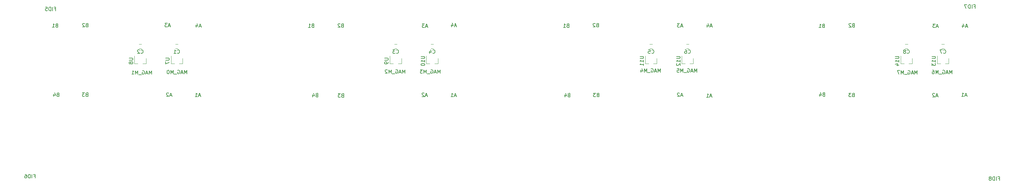
<source format=gbr>
G04 #@! TF.GenerationSoftware,KiCad,Pcbnew,(5.1.2)-2*
G04 #@! TF.CreationDate,2019-11-13T10:18:59+01:00*
G04 #@! TF.ProjectId,StepperClock,53746570-7065-4724-936c-6f636b2e6b69,v1.0*
G04 #@! TF.SameCoordinates,Original*
G04 #@! TF.FileFunction,Legend,Bot*
G04 #@! TF.FilePolarity,Positive*
%FSLAX46Y46*%
G04 Gerber Fmt 4.6, Leading zero omitted, Abs format (unit mm)*
G04 Created by KiCad (PCBNEW (5.1.2)-2) date 2019-11-13 10:18:59*
%MOMM*%
%LPD*%
G04 APERTURE LIST*
%ADD10C,0.200000*%
%ADD11C,0.120000*%
%ADD12C,0.150000*%
G04 APERTURE END LIST*
D10*
X317251276Y-146573120D02*
X317251276Y-145573120D01*
X316917942Y-146287406D01*
X316584609Y-145573120D01*
X316584609Y-146573120D01*
X316156038Y-146287406D02*
X315679847Y-146287406D01*
X316251276Y-146573120D02*
X315917942Y-145573120D01*
X315584609Y-146573120D01*
X314727466Y-145620740D02*
X314822704Y-145573120D01*
X314965561Y-145573120D01*
X315108419Y-145620740D01*
X315203657Y-145715978D01*
X315251276Y-145811216D01*
X315298895Y-146001692D01*
X315298895Y-146144549D01*
X315251276Y-146335025D01*
X315203657Y-146430263D01*
X315108419Y-146525501D01*
X314965561Y-146573120D01*
X314870323Y-146573120D01*
X314727466Y-146525501D01*
X314679847Y-146477882D01*
X314679847Y-146144549D01*
X314870323Y-146144549D01*
X314489371Y-146668359D02*
X313727466Y-146668359D01*
X313489371Y-146573120D02*
X313489371Y-145573120D01*
X313156038Y-146287406D01*
X312822704Y-145573120D01*
X312822704Y-146573120D01*
X311917942Y-145573120D02*
X312108419Y-145573120D01*
X312203657Y-145620740D01*
X312251276Y-145668359D01*
X312346514Y-145811216D01*
X312394133Y-146001692D01*
X312394133Y-146382644D01*
X312346514Y-146477882D01*
X312298895Y-146525501D01*
X312203657Y-146573120D01*
X312013180Y-146573120D01*
X311917942Y-146525501D01*
X311870323Y-146477882D01*
X311822704Y-146382644D01*
X311822704Y-146144549D01*
X311870323Y-146049311D01*
X311917942Y-146001692D01*
X312013180Y-145954073D01*
X312203657Y-145954073D01*
X312298895Y-146001692D01*
X312346514Y-146049311D01*
X312394133Y-146144549D01*
X307726276Y-146648120D02*
X307726276Y-145648120D01*
X307392942Y-146362406D01*
X307059609Y-145648120D01*
X307059609Y-146648120D01*
X306631038Y-146362406D02*
X306154847Y-146362406D01*
X306726276Y-146648120D02*
X306392942Y-145648120D01*
X306059609Y-146648120D01*
X305202466Y-145695740D02*
X305297704Y-145648120D01*
X305440561Y-145648120D01*
X305583419Y-145695740D01*
X305678657Y-145790978D01*
X305726276Y-145886216D01*
X305773895Y-146076692D01*
X305773895Y-146219549D01*
X305726276Y-146410025D01*
X305678657Y-146505263D01*
X305583419Y-146600501D01*
X305440561Y-146648120D01*
X305345323Y-146648120D01*
X305202466Y-146600501D01*
X305154847Y-146552882D01*
X305154847Y-146219549D01*
X305345323Y-146219549D01*
X304964371Y-146743359D02*
X304202466Y-146743359D01*
X303964371Y-146648120D02*
X303964371Y-145648120D01*
X303631038Y-146362406D01*
X303297704Y-145648120D01*
X303297704Y-146648120D01*
X302916752Y-145648120D02*
X302250085Y-145648120D01*
X302678657Y-146648120D01*
X237351276Y-146123120D02*
X237351276Y-145123120D01*
X237017942Y-145837406D01*
X236684609Y-145123120D01*
X236684609Y-146123120D01*
X236256038Y-145837406D02*
X235779847Y-145837406D01*
X236351276Y-146123120D02*
X236017942Y-145123120D01*
X235684609Y-146123120D01*
X234827466Y-145170740D02*
X234922704Y-145123120D01*
X235065561Y-145123120D01*
X235208419Y-145170740D01*
X235303657Y-145265978D01*
X235351276Y-145361216D01*
X235398895Y-145551692D01*
X235398895Y-145694549D01*
X235351276Y-145885025D01*
X235303657Y-145980263D01*
X235208419Y-146075501D01*
X235065561Y-146123120D01*
X234970323Y-146123120D01*
X234827466Y-146075501D01*
X234779847Y-146027882D01*
X234779847Y-145694549D01*
X234970323Y-145694549D01*
X234589371Y-146218359D02*
X233827466Y-146218359D01*
X233589371Y-146123120D02*
X233589371Y-145123120D01*
X233256038Y-145837406D01*
X232922704Y-145123120D01*
X232922704Y-146123120D01*
X232017942Y-145456454D02*
X232017942Y-146123120D01*
X232256038Y-145075501D02*
X232494133Y-145789787D01*
X231875085Y-145789787D01*
X247301276Y-146148120D02*
X247301276Y-145148120D01*
X246967942Y-145862406D01*
X246634609Y-145148120D01*
X246634609Y-146148120D01*
X246206038Y-145862406D02*
X245729847Y-145862406D01*
X246301276Y-146148120D02*
X245967942Y-145148120D01*
X245634609Y-146148120D01*
X244777466Y-145195740D02*
X244872704Y-145148120D01*
X245015561Y-145148120D01*
X245158419Y-145195740D01*
X245253657Y-145290978D01*
X245301276Y-145386216D01*
X245348895Y-145576692D01*
X245348895Y-145719549D01*
X245301276Y-145910025D01*
X245253657Y-146005263D01*
X245158419Y-146100501D01*
X245015561Y-146148120D01*
X244920323Y-146148120D01*
X244777466Y-146100501D01*
X244729847Y-146052882D01*
X244729847Y-145719549D01*
X244920323Y-145719549D01*
X244539371Y-146243359D02*
X243777466Y-146243359D01*
X243539371Y-146148120D02*
X243539371Y-145148120D01*
X243206038Y-145862406D01*
X242872704Y-145148120D01*
X242872704Y-146148120D01*
X241920323Y-145148120D02*
X242396514Y-145148120D01*
X242444133Y-145624311D01*
X242396514Y-145576692D01*
X242301276Y-145529073D01*
X242063180Y-145529073D01*
X241967942Y-145576692D01*
X241920323Y-145624311D01*
X241872704Y-145719549D01*
X241872704Y-145957644D01*
X241920323Y-146052882D01*
X241967942Y-146100501D01*
X242063180Y-146148120D01*
X242301276Y-146148120D01*
X242396514Y-146100501D01*
X242444133Y-146052882D01*
X176951276Y-146423120D02*
X176951276Y-145423120D01*
X176617942Y-146137406D01*
X176284609Y-145423120D01*
X176284609Y-146423120D01*
X175856038Y-146137406D02*
X175379847Y-146137406D01*
X175951276Y-146423120D02*
X175617942Y-145423120D01*
X175284609Y-146423120D01*
X174427466Y-145470740D02*
X174522704Y-145423120D01*
X174665561Y-145423120D01*
X174808419Y-145470740D01*
X174903657Y-145565978D01*
X174951276Y-145661216D01*
X174998895Y-145851692D01*
X174998895Y-145994549D01*
X174951276Y-146185025D01*
X174903657Y-146280263D01*
X174808419Y-146375501D01*
X174665561Y-146423120D01*
X174570323Y-146423120D01*
X174427466Y-146375501D01*
X174379847Y-146327882D01*
X174379847Y-145994549D01*
X174570323Y-145994549D01*
X174189371Y-146518359D02*
X173427466Y-146518359D01*
X173189371Y-146423120D02*
X173189371Y-145423120D01*
X172856038Y-146137406D01*
X172522704Y-145423120D01*
X172522704Y-146423120D01*
X172141752Y-145423120D02*
X171522704Y-145423120D01*
X171856038Y-145804073D01*
X171713180Y-145804073D01*
X171617942Y-145851692D01*
X171570323Y-145899311D01*
X171522704Y-145994549D01*
X171522704Y-146232644D01*
X171570323Y-146327882D01*
X171617942Y-146375501D01*
X171713180Y-146423120D01*
X171998895Y-146423120D01*
X172094133Y-146375501D01*
X172141752Y-146327882D01*
X167326276Y-146423120D02*
X167326276Y-145423120D01*
X166992942Y-146137406D01*
X166659609Y-145423120D01*
X166659609Y-146423120D01*
X166231038Y-146137406D02*
X165754847Y-146137406D01*
X166326276Y-146423120D02*
X165992942Y-145423120D01*
X165659609Y-146423120D01*
X164802466Y-145470740D02*
X164897704Y-145423120D01*
X165040561Y-145423120D01*
X165183419Y-145470740D01*
X165278657Y-145565978D01*
X165326276Y-145661216D01*
X165373895Y-145851692D01*
X165373895Y-145994549D01*
X165326276Y-146185025D01*
X165278657Y-146280263D01*
X165183419Y-146375501D01*
X165040561Y-146423120D01*
X164945323Y-146423120D01*
X164802466Y-146375501D01*
X164754847Y-146327882D01*
X164754847Y-145994549D01*
X164945323Y-145994549D01*
X164564371Y-146518359D02*
X163802466Y-146518359D01*
X163564371Y-146423120D02*
X163564371Y-145423120D01*
X163231038Y-146137406D01*
X162897704Y-145423120D01*
X162897704Y-146423120D01*
X162469133Y-145518359D02*
X162421514Y-145470740D01*
X162326276Y-145423120D01*
X162088180Y-145423120D01*
X161992942Y-145470740D01*
X161945323Y-145518359D01*
X161897704Y-145613597D01*
X161897704Y-145708835D01*
X161945323Y-145851692D01*
X162516752Y-146423120D01*
X161897704Y-146423120D01*
X107551276Y-146548120D02*
X107551276Y-145548120D01*
X107217942Y-146262406D01*
X106884609Y-145548120D01*
X106884609Y-146548120D01*
X106456038Y-146262406D02*
X105979847Y-146262406D01*
X106551276Y-146548120D02*
X106217942Y-145548120D01*
X105884609Y-146548120D01*
X105027466Y-145595740D02*
X105122704Y-145548120D01*
X105265561Y-145548120D01*
X105408419Y-145595740D01*
X105503657Y-145690978D01*
X105551276Y-145786216D01*
X105598895Y-145976692D01*
X105598895Y-146119549D01*
X105551276Y-146310025D01*
X105503657Y-146405263D01*
X105408419Y-146500501D01*
X105265561Y-146548120D01*
X105170323Y-146548120D01*
X105027466Y-146500501D01*
X104979847Y-146452882D01*
X104979847Y-146119549D01*
X105170323Y-146119549D01*
X104789371Y-146643359D02*
X104027466Y-146643359D01*
X103789371Y-146548120D02*
X103789371Y-145548120D01*
X103456038Y-146262406D01*
X103122704Y-145548120D01*
X103122704Y-146548120D01*
X102456038Y-145548120D02*
X102360800Y-145548120D01*
X102265561Y-145595740D01*
X102217942Y-145643359D01*
X102170323Y-145738597D01*
X102122704Y-145929073D01*
X102122704Y-146167168D01*
X102170323Y-146357644D01*
X102217942Y-146452882D01*
X102265561Y-146500501D01*
X102360800Y-146548120D01*
X102456038Y-146548120D01*
X102551276Y-146500501D01*
X102598895Y-146452882D01*
X102646514Y-146357644D01*
X102694133Y-146167168D01*
X102694133Y-145929073D01*
X102646514Y-145738597D01*
X102598895Y-145643359D01*
X102551276Y-145595740D01*
X102456038Y-145548120D01*
X97876276Y-146673120D02*
X97876276Y-145673120D01*
X97542942Y-146387406D01*
X97209609Y-145673120D01*
X97209609Y-146673120D01*
X96781038Y-146387406D02*
X96304847Y-146387406D01*
X96876276Y-146673120D02*
X96542942Y-145673120D01*
X96209609Y-146673120D01*
X95352466Y-145720740D02*
X95447704Y-145673120D01*
X95590561Y-145673120D01*
X95733419Y-145720740D01*
X95828657Y-145815978D01*
X95876276Y-145911216D01*
X95923895Y-146101692D01*
X95923895Y-146244549D01*
X95876276Y-146435025D01*
X95828657Y-146530263D01*
X95733419Y-146625501D01*
X95590561Y-146673120D01*
X95495323Y-146673120D01*
X95352466Y-146625501D01*
X95304847Y-146577882D01*
X95304847Y-146244549D01*
X95495323Y-146244549D01*
X95114371Y-146768359D02*
X94352466Y-146768359D01*
X94114371Y-146673120D02*
X94114371Y-145673120D01*
X93781038Y-146387406D01*
X93447704Y-145673120D01*
X93447704Y-146673120D01*
X92447704Y-146673120D02*
X93019133Y-146673120D01*
X92733419Y-146673120D02*
X92733419Y-145673120D01*
X92828657Y-145815978D01*
X92923895Y-145911216D01*
X93019133Y-145958835D01*
D11*
X306350000Y-143780000D02*
X305420000Y-143780000D01*
X303190000Y-143780000D02*
X304120000Y-143780000D01*
X303190000Y-143780000D02*
X303190000Y-141620000D01*
X306350000Y-143780000D02*
X306350000Y-142320000D01*
X246350000Y-143780000D02*
X245420000Y-143780000D01*
X243190000Y-143780000D02*
X244120000Y-143780000D01*
X243190000Y-143780000D02*
X243190000Y-141620000D01*
X246350000Y-143780000D02*
X246350000Y-142320000D01*
X316350000Y-143780000D02*
X315420000Y-143780000D01*
X313190000Y-143780000D02*
X314120000Y-143780000D01*
X313190000Y-143780000D02*
X313190000Y-141620000D01*
X316350000Y-143780000D02*
X316350000Y-142320000D01*
X176350000Y-143780000D02*
X175420000Y-143780000D01*
X173190000Y-143780000D02*
X174120000Y-143780000D01*
X173190000Y-143780000D02*
X173190000Y-141620000D01*
X176350000Y-143780000D02*
X176350000Y-142320000D01*
X96350000Y-143780000D02*
X95420000Y-143780000D01*
X93190000Y-143780000D02*
X94120000Y-143780000D01*
X93190000Y-143780000D02*
X93190000Y-141620000D01*
X96350000Y-143780000D02*
X96350000Y-142320000D01*
X166350000Y-143780000D02*
X165420000Y-143780000D01*
X163190000Y-143780000D02*
X164120000Y-143780000D01*
X163190000Y-143780000D02*
X163190000Y-141620000D01*
X166350000Y-143780000D02*
X166350000Y-142320000D01*
X106350000Y-143780000D02*
X105420000Y-143780000D01*
X103190000Y-143780000D02*
X104120000Y-143780000D01*
X103190000Y-143780000D02*
X103190000Y-141620000D01*
X106350000Y-143780000D02*
X106350000Y-142320000D01*
X236350000Y-143780000D02*
X235420000Y-143780000D01*
X233190000Y-143780000D02*
X234120000Y-143780000D01*
X233190000Y-143780000D02*
X233190000Y-141620000D01*
X236350000Y-143780000D02*
X236350000Y-142320000D01*
X305120000Y-138420000D02*
X304420000Y-138420000D01*
X304420000Y-139620000D02*
X305120000Y-139620000D01*
X245120000Y-138420000D02*
X244420000Y-138420000D01*
X244420000Y-139620000D02*
X245120000Y-139620000D01*
X315120000Y-138420000D02*
X314420000Y-138420000D01*
X314420000Y-139620000D02*
X315120000Y-139620000D01*
X235120000Y-138420000D02*
X234420000Y-138420000D01*
X234420000Y-139620000D02*
X235120000Y-139620000D01*
X175120000Y-138420000D02*
X174420000Y-138420000D01*
X174420000Y-139620000D02*
X175120000Y-139620000D01*
X95120000Y-138420000D02*
X94420000Y-138420000D01*
X94420000Y-139620000D02*
X95120000Y-139620000D01*
X165120000Y-138420000D02*
X164420000Y-138420000D01*
X164420000Y-139620000D02*
X165120000Y-139620000D01*
X105120000Y-138420000D02*
X104420000Y-138420000D01*
X104420000Y-139620000D02*
X105120000Y-139620000D01*
D12*
X103375085Y-152487406D02*
X102898895Y-152487406D01*
X103470323Y-152773120D02*
X103136990Y-151773120D01*
X102803657Y-152773120D01*
X102517942Y-151868359D02*
X102470323Y-151820740D01*
X102375085Y-151773120D01*
X102136990Y-151773120D01*
X102041752Y-151820740D01*
X101994133Y-151868359D01*
X101946514Y-151963597D01*
X101946514Y-152058835D01*
X101994133Y-152201692D01*
X102565561Y-152773120D01*
X101946514Y-152773120D01*
X111250085Y-152512406D02*
X110773895Y-152512406D01*
X111345323Y-152798120D02*
X111011990Y-151798120D01*
X110678657Y-152798120D01*
X109821514Y-152798120D02*
X110392942Y-152798120D01*
X110107228Y-152798120D02*
X110107228Y-151798120D01*
X110202466Y-151940978D01*
X110297704Y-152036216D01*
X110392942Y-152083835D01*
X111400085Y-133512406D02*
X110923895Y-133512406D01*
X111495323Y-133798120D02*
X111161990Y-132798120D01*
X110828657Y-133798120D01*
X110066752Y-133131454D02*
X110066752Y-133798120D01*
X110304847Y-132750501D02*
X110542942Y-133464787D01*
X109923895Y-133464787D01*
X102994285Y-133426666D02*
X102518095Y-133426666D01*
X103089523Y-133712380D02*
X102756190Y-132712380D01*
X102422857Y-133712380D01*
X102184761Y-132712380D02*
X101565714Y-132712380D01*
X101899047Y-133093333D01*
X101756190Y-133093333D01*
X101660952Y-133140952D01*
X101613333Y-133188571D01*
X101565714Y-133283809D01*
X101565714Y-133521904D01*
X101613333Y-133617142D01*
X101660952Y-133664761D01*
X101756190Y-133712380D01*
X102041904Y-133712380D01*
X102137142Y-133664761D01*
X102184761Y-133617142D01*
X80090561Y-152224311D02*
X79947704Y-152271930D01*
X79900085Y-152319549D01*
X79852466Y-152414787D01*
X79852466Y-152557644D01*
X79900085Y-152652882D01*
X79947704Y-152700501D01*
X80042942Y-152748120D01*
X80423895Y-152748120D01*
X80423895Y-151748120D01*
X80090561Y-151748120D01*
X79995323Y-151795740D01*
X79947704Y-151843359D01*
X79900085Y-151938597D01*
X79900085Y-152033835D01*
X79947704Y-152129073D01*
X79995323Y-152176692D01*
X80090561Y-152224311D01*
X80423895Y-152224311D01*
X79519133Y-151748120D02*
X78900085Y-151748120D01*
X79233419Y-152129073D01*
X79090561Y-152129073D01*
X78995323Y-152176692D01*
X78947704Y-152224311D01*
X78900085Y-152319549D01*
X78900085Y-152557644D01*
X78947704Y-152652882D01*
X78995323Y-152700501D01*
X79090561Y-152748120D01*
X79376276Y-152748120D01*
X79471514Y-152700501D01*
X79519133Y-152652882D01*
X72165561Y-152249311D02*
X72022704Y-152296930D01*
X71975085Y-152344549D01*
X71927466Y-152439787D01*
X71927466Y-152582644D01*
X71975085Y-152677882D01*
X72022704Y-152725501D01*
X72117942Y-152773120D01*
X72498895Y-152773120D01*
X72498895Y-151773120D01*
X72165561Y-151773120D01*
X72070323Y-151820740D01*
X72022704Y-151868359D01*
X71975085Y-151963597D01*
X71975085Y-152058835D01*
X72022704Y-152154073D01*
X72070323Y-152201692D01*
X72165561Y-152249311D01*
X72498895Y-152249311D01*
X71070323Y-152106454D02*
X71070323Y-152773120D01*
X71308419Y-151725501D02*
X71546514Y-152439787D01*
X70927466Y-152439787D01*
X80115561Y-133199311D02*
X79972704Y-133246930D01*
X79925085Y-133294549D01*
X79877466Y-133389787D01*
X79877466Y-133532644D01*
X79925085Y-133627882D01*
X79972704Y-133675501D01*
X80067942Y-133723120D01*
X80448895Y-133723120D01*
X80448895Y-132723120D01*
X80115561Y-132723120D01*
X80020323Y-132770740D01*
X79972704Y-132818359D01*
X79925085Y-132913597D01*
X79925085Y-133008835D01*
X79972704Y-133104073D01*
X80020323Y-133151692D01*
X80115561Y-133199311D01*
X80448895Y-133199311D01*
X79496514Y-132818359D02*
X79448895Y-132770740D01*
X79353657Y-132723120D01*
X79115561Y-132723120D01*
X79020323Y-132770740D01*
X78972704Y-132818359D01*
X78925085Y-132913597D01*
X78925085Y-133008835D01*
X78972704Y-133151692D01*
X79544133Y-133723120D01*
X78925085Y-133723120D01*
X71865561Y-133274311D02*
X71722704Y-133321930D01*
X71675085Y-133369549D01*
X71627466Y-133464787D01*
X71627466Y-133607644D01*
X71675085Y-133702882D01*
X71722704Y-133750501D01*
X71817942Y-133798120D01*
X72198895Y-133798120D01*
X72198895Y-132798120D01*
X71865561Y-132798120D01*
X71770323Y-132845740D01*
X71722704Y-132893359D01*
X71675085Y-132988597D01*
X71675085Y-133083835D01*
X71722704Y-133179073D01*
X71770323Y-133226692D01*
X71865561Y-133274311D01*
X72198895Y-133274311D01*
X70675085Y-133798120D02*
X71246514Y-133798120D01*
X70960800Y-133798120D02*
X70960800Y-132798120D01*
X71056038Y-132940978D01*
X71151276Y-133036216D01*
X71246514Y-133083835D01*
X173425085Y-152512406D02*
X172948895Y-152512406D01*
X173520323Y-152798120D02*
X173186990Y-151798120D01*
X172853657Y-152798120D01*
X172567942Y-151893359D02*
X172520323Y-151845740D01*
X172425085Y-151798120D01*
X172186990Y-151798120D01*
X172091752Y-151845740D01*
X172044133Y-151893359D01*
X171996514Y-151988597D01*
X171996514Y-152083835D01*
X172044133Y-152226692D01*
X172615561Y-152798120D01*
X171996514Y-152798120D01*
X181350085Y-152562406D02*
X180873895Y-152562406D01*
X181445323Y-152848120D02*
X181111990Y-151848120D01*
X180778657Y-152848120D01*
X179921514Y-152848120D02*
X180492942Y-152848120D01*
X180207228Y-152848120D02*
X180207228Y-151848120D01*
X180302466Y-151990978D01*
X180397704Y-152086216D01*
X180492942Y-152133835D01*
X181400085Y-133387406D02*
X180923895Y-133387406D01*
X181495323Y-133673120D02*
X181161990Y-132673120D01*
X180828657Y-133673120D01*
X180066752Y-133006454D02*
X180066752Y-133673120D01*
X180304847Y-132625501D02*
X180542942Y-133339787D01*
X179923895Y-133339787D01*
X173500085Y-133587406D02*
X173023895Y-133587406D01*
X173595323Y-133873120D02*
X173261990Y-132873120D01*
X172928657Y-133873120D01*
X172690561Y-132873120D02*
X172071514Y-132873120D01*
X172404847Y-133254073D01*
X172261990Y-133254073D01*
X172166752Y-133301692D01*
X172119133Y-133349311D01*
X172071514Y-133444549D01*
X172071514Y-133682644D01*
X172119133Y-133777882D01*
X172166752Y-133825501D01*
X172261990Y-133873120D01*
X172547704Y-133873120D01*
X172642942Y-133825501D01*
X172690561Y-133777882D01*
X150190561Y-152449311D02*
X150047704Y-152496930D01*
X150000085Y-152544549D01*
X149952466Y-152639787D01*
X149952466Y-152782644D01*
X150000085Y-152877882D01*
X150047704Y-152925501D01*
X150142942Y-152973120D01*
X150523895Y-152973120D01*
X150523895Y-151973120D01*
X150190561Y-151973120D01*
X150095323Y-152020740D01*
X150047704Y-152068359D01*
X150000085Y-152163597D01*
X150000085Y-152258835D01*
X150047704Y-152354073D01*
X150095323Y-152401692D01*
X150190561Y-152449311D01*
X150523895Y-152449311D01*
X149619133Y-151973120D02*
X149000085Y-151973120D01*
X149333419Y-152354073D01*
X149190561Y-152354073D01*
X149095323Y-152401692D01*
X149047704Y-152449311D01*
X149000085Y-152544549D01*
X149000085Y-152782644D01*
X149047704Y-152877882D01*
X149095323Y-152925501D01*
X149190561Y-152973120D01*
X149476276Y-152973120D01*
X149571514Y-152925501D01*
X149619133Y-152877882D01*
X143140561Y-152374311D02*
X142997704Y-152421930D01*
X142950085Y-152469549D01*
X142902466Y-152564787D01*
X142902466Y-152707644D01*
X142950085Y-152802882D01*
X142997704Y-152850501D01*
X143092942Y-152898120D01*
X143473895Y-152898120D01*
X143473895Y-151898120D01*
X143140561Y-151898120D01*
X143045323Y-151945740D01*
X142997704Y-151993359D01*
X142950085Y-152088597D01*
X142950085Y-152183835D01*
X142997704Y-152279073D01*
X143045323Y-152326692D01*
X143140561Y-152374311D01*
X143473895Y-152374311D01*
X142045323Y-152231454D02*
X142045323Y-152898120D01*
X142283419Y-151850501D02*
X142521514Y-152564787D01*
X141902466Y-152564787D01*
X150140561Y-133274311D02*
X149997704Y-133321930D01*
X149950085Y-133369549D01*
X149902466Y-133464787D01*
X149902466Y-133607644D01*
X149950085Y-133702882D01*
X149997704Y-133750501D01*
X150092942Y-133798120D01*
X150473895Y-133798120D01*
X150473895Y-132798120D01*
X150140561Y-132798120D01*
X150045323Y-132845740D01*
X149997704Y-132893359D01*
X149950085Y-132988597D01*
X149950085Y-133083835D01*
X149997704Y-133179073D01*
X150045323Y-133226692D01*
X150140561Y-133274311D01*
X150473895Y-133274311D01*
X149521514Y-132893359D02*
X149473895Y-132845740D01*
X149378657Y-132798120D01*
X149140561Y-132798120D01*
X149045323Y-132845740D01*
X148997704Y-132893359D01*
X148950085Y-132988597D01*
X148950085Y-133083835D01*
X148997704Y-133226692D01*
X149569133Y-133798120D01*
X148950085Y-133798120D01*
X142040561Y-133299311D02*
X141897704Y-133346930D01*
X141850085Y-133394549D01*
X141802466Y-133489787D01*
X141802466Y-133632644D01*
X141850085Y-133727882D01*
X141897704Y-133775501D01*
X141992942Y-133823120D01*
X142373895Y-133823120D01*
X142373895Y-132823120D01*
X142040561Y-132823120D01*
X141945323Y-132870740D01*
X141897704Y-132918359D01*
X141850085Y-133013597D01*
X141850085Y-133108835D01*
X141897704Y-133204073D01*
X141945323Y-133251692D01*
X142040561Y-133299311D01*
X142373895Y-133299311D01*
X140850085Y-133823120D02*
X141421514Y-133823120D01*
X141135800Y-133823120D02*
X141135800Y-132823120D01*
X141231038Y-132965978D01*
X141326276Y-133061216D01*
X141421514Y-133108835D01*
X243400085Y-152487406D02*
X242923895Y-152487406D01*
X243495323Y-152773120D02*
X243161990Y-151773120D01*
X242828657Y-152773120D01*
X242542942Y-151868359D02*
X242495323Y-151820740D01*
X242400085Y-151773120D01*
X242161990Y-151773120D01*
X242066752Y-151820740D01*
X242019133Y-151868359D01*
X241971514Y-151963597D01*
X241971514Y-152058835D01*
X242019133Y-152201692D01*
X242590561Y-152773120D01*
X241971514Y-152773120D01*
X251400085Y-152687406D02*
X250923895Y-152687406D01*
X251495323Y-152973120D02*
X251161990Y-151973120D01*
X250828657Y-152973120D01*
X249971514Y-152973120D02*
X250542942Y-152973120D01*
X250257228Y-152973120D02*
X250257228Y-151973120D01*
X250352466Y-152115978D01*
X250447704Y-152211216D01*
X250542942Y-152258835D01*
X251500085Y-133487406D02*
X251023895Y-133487406D01*
X251595323Y-133773120D02*
X251261990Y-132773120D01*
X250928657Y-133773120D01*
X250166752Y-133106454D02*
X250166752Y-133773120D01*
X250404847Y-132725501D02*
X250642942Y-133439787D01*
X250023895Y-133439787D01*
X243425085Y-133487406D02*
X242948895Y-133487406D01*
X243520323Y-133773120D02*
X243186990Y-132773120D01*
X242853657Y-133773120D01*
X242615561Y-132773120D02*
X241996514Y-132773120D01*
X242329847Y-133154073D01*
X242186990Y-133154073D01*
X242091752Y-133201692D01*
X242044133Y-133249311D01*
X241996514Y-133344549D01*
X241996514Y-133582644D01*
X242044133Y-133677882D01*
X242091752Y-133725501D01*
X242186990Y-133773120D01*
X242472704Y-133773120D01*
X242567942Y-133725501D01*
X242615561Y-133677882D01*
X220190561Y-152324311D02*
X220047704Y-152371930D01*
X220000085Y-152419549D01*
X219952466Y-152514787D01*
X219952466Y-152657644D01*
X220000085Y-152752882D01*
X220047704Y-152800501D01*
X220142942Y-152848120D01*
X220523895Y-152848120D01*
X220523895Y-151848120D01*
X220190561Y-151848120D01*
X220095323Y-151895740D01*
X220047704Y-151943359D01*
X220000085Y-152038597D01*
X220000085Y-152133835D01*
X220047704Y-152229073D01*
X220095323Y-152276692D01*
X220190561Y-152324311D01*
X220523895Y-152324311D01*
X219619133Y-151848120D02*
X219000085Y-151848120D01*
X219333419Y-152229073D01*
X219190561Y-152229073D01*
X219095323Y-152276692D01*
X219047704Y-152324311D01*
X219000085Y-152419549D01*
X219000085Y-152657644D01*
X219047704Y-152752882D01*
X219095323Y-152800501D01*
X219190561Y-152848120D01*
X219476276Y-152848120D01*
X219571514Y-152800501D01*
X219619133Y-152752882D01*
X212240561Y-152374311D02*
X212097704Y-152421930D01*
X212050085Y-152469549D01*
X212002466Y-152564787D01*
X212002466Y-152707644D01*
X212050085Y-152802882D01*
X212097704Y-152850501D01*
X212192942Y-152898120D01*
X212573895Y-152898120D01*
X212573895Y-151898120D01*
X212240561Y-151898120D01*
X212145323Y-151945740D01*
X212097704Y-151993359D01*
X212050085Y-152088597D01*
X212050085Y-152183835D01*
X212097704Y-152279073D01*
X212145323Y-152326692D01*
X212240561Y-152374311D01*
X212573895Y-152374311D01*
X211145323Y-152231454D02*
X211145323Y-152898120D01*
X211383419Y-151850501D02*
X211621514Y-152564787D01*
X211002466Y-152564787D01*
X220065561Y-133199311D02*
X219922704Y-133246930D01*
X219875085Y-133294549D01*
X219827466Y-133389787D01*
X219827466Y-133532644D01*
X219875085Y-133627882D01*
X219922704Y-133675501D01*
X220017942Y-133723120D01*
X220398895Y-133723120D01*
X220398895Y-132723120D01*
X220065561Y-132723120D01*
X219970323Y-132770740D01*
X219922704Y-132818359D01*
X219875085Y-132913597D01*
X219875085Y-133008835D01*
X219922704Y-133104073D01*
X219970323Y-133151692D01*
X220065561Y-133199311D01*
X220398895Y-133199311D01*
X219446514Y-132818359D02*
X219398895Y-132770740D01*
X219303657Y-132723120D01*
X219065561Y-132723120D01*
X218970323Y-132770740D01*
X218922704Y-132818359D01*
X218875085Y-132913597D01*
X218875085Y-133008835D01*
X218922704Y-133151692D01*
X219494133Y-133723120D01*
X218875085Y-133723120D01*
X211940561Y-133299311D02*
X211797704Y-133346930D01*
X211750085Y-133394549D01*
X211702466Y-133489787D01*
X211702466Y-133632644D01*
X211750085Y-133727882D01*
X211797704Y-133775501D01*
X211892942Y-133823120D01*
X212273895Y-133823120D01*
X212273895Y-132823120D01*
X211940561Y-132823120D01*
X211845323Y-132870740D01*
X211797704Y-132918359D01*
X211750085Y-133013597D01*
X211750085Y-133108835D01*
X211797704Y-133204073D01*
X211845323Y-133251692D01*
X211940561Y-133299311D01*
X212273895Y-133299311D01*
X210750085Y-133823120D02*
X211321514Y-133823120D01*
X211035800Y-133823120D02*
X211035800Y-132823120D01*
X211131038Y-132965978D01*
X211226276Y-133061216D01*
X211321514Y-133108835D01*
X313350085Y-152612406D02*
X312873895Y-152612406D01*
X313445323Y-152898120D02*
X313111990Y-151898120D01*
X312778657Y-152898120D01*
X312492942Y-151993359D02*
X312445323Y-151945740D01*
X312350085Y-151898120D01*
X312111990Y-151898120D01*
X312016752Y-151945740D01*
X311969133Y-151993359D01*
X311921514Y-152088597D01*
X311921514Y-152183835D01*
X311969133Y-152326692D01*
X312540561Y-152898120D01*
X311921514Y-152898120D01*
X321325085Y-152487406D02*
X320848895Y-152487406D01*
X321420323Y-152773120D02*
X321086990Y-151773120D01*
X320753657Y-152773120D01*
X319896514Y-152773120D02*
X320467942Y-152773120D01*
X320182228Y-152773120D02*
X320182228Y-151773120D01*
X320277466Y-151915978D01*
X320372704Y-152011216D01*
X320467942Y-152058835D01*
X321450085Y-133587406D02*
X320973895Y-133587406D01*
X321545323Y-133873120D02*
X321211990Y-132873120D01*
X320878657Y-133873120D01*
X320116752Y-133206454D02*
X320116752Y-133873120D01*
X320354847Y-132825501D02*
X320592942Y-133539787D01*
X319973895Y-133539787D01*
X313475085Y-133612406D02*
X312998895Y-133612406D01*
X313570323Y-133898120D02*
X313236990Y-132898120D01*
X312903657Y-133898120D01*
X312665561Y-132898120D02*
X312046514Y-132898120D01*
X312379847Y-133279073D01*
X312236990Y-133279073D01*
X312141752Y-133326692D01*
X312094133Y-133374311D01*
X312046514Y-133469549D01*
X312046514Y-133707644D01*
X312094133Y-133802882D01*
X312141752Y-133850501D01*
X312236990Y-133898120D01*
X312522704Y-133898120D01*
X312617942Y-133850501D01*
X312665561Y-133802882D01*
X290174761Y-152324311D02*
X290031904Y-152371930D01*
X289984285Y-152419549D01*
X289936666Y-152514787D01*
X289936666Y-152657644D01*
X289984285Y-152752882D01*
X290031904Y-152800501D01*
X290127142Y-152848120D01*
X290508095Y-152848120D01*
X290508095Y-151848120D01*
X290174761Y-151848120D01*
X290079523Y-151895740D01*
X290031904Y-151943359D01*
X289984285Y-152038597D01*
X289984285Y-152133835D01*
X290031904Y-152229073D01*
X290079523Y-152276692D01*
X290174761Y-152324311D01*
X290508095Y-152324311D01*
X289603333Y-151848120D02*
X288984285Y-151848120D01*
X289317619Y-152229073D01*
X289174761Y-152229073D01*
X289079523Y-152276692D01*
X289031904Y-152324311D01*
X288984285Y-152419549D01*
X288984285Y-152657644D01*
X289031904Y-152752882D01*
X289079523Y-152800501D01*
X289174761Y-152848120D01*
X289460476Y-152848120D01*
X289555714Y-152800501D01*
X289603333Y-152752882D01*
X282090561Y-152174311D02*
X281947704Y-152221930D01*
X281900085Y-152269549D01*
X281852466Y-152364787D01*
X281852466Y-152507644D01*
X281900085Y-152602882D01*
X281947704Y-152650501D01*
X282042942Y-152698120D01*
X282423895Y-152698120D01*
X282423895Y-151698120D01*
X282090561Y-151698120D01*
X281995323Y-151745740D01*
X281947704Y-151793359D01*
X281900085Y-151888597D01*
X281900085Y-151983835D01*
X281947704Y-152079073D01*
X281995323Y-152126692D01*
X282090561Y-152174311D01*
X282423895Y-152174311D01*
X280995323Y-152031454D02*
X280995323Y-152698120D01*
X281233419Y-151650501D02*
X281471514Y-152364787D01*
X280852466Y-152364787D01*
X290215561Y-133224311D02*
X290072704Y-133271930D01*
X290025085Y-133319549D01*
X289977466Y-133414787D01*
X289977466Y-133557644D01*
X290025085Y-133652882D01*
X290072704Y-133700501D01*
X290167942Y-133748120D01*
X290548895Y-133748120D01*
X290548895Y-132748120D01*
X290215561Y-132748120D01*
X290120323Y-132795740D01*
X290072704Y-132843359D01*
X290025085Y-132938597D01*
X290025085Y-133033835D01*
X290072704Y-133129073D01*
X290120323Y-133176692D01*
X290215561Y-133224311D01*
X290548895Y-133224311D01*
X289596514Y-132843359D02*
X289548895Y-132795740D01*
X289453657Y-132748120D01*
X289215561Y-132748120D01*
X289120323Y-132795740D01*
X289072704Y-132843359D01*
X289025085Y-132938597D01*
X289025085Y-133033835D01*
X289072704Y-133176692D01*
X289644133Y-133748120D01*
X289025085Y-133748120D01*
X281990561Y-133374311D02*
X281847704Y-133421930D01*
X281800085Y-133469549D01*
X281752466Y-133564787D01*
X281752466Y-133707644D01*
X281800085Y-133802882D01*
X281847704Y-133850501D01*
X281942942Y-133898120D01*
X282323895Y-133898120D01*
X282323895Y-132898120D01*
X281990561Y-132898120D01*
X281895323Y-132945740D01*
X281847704Y-132993359D01*
X281800085Y-133088597D01*
X281800085Y-133183835D01*
X281847704Y-133279073D01*
X281895323Y-133326692D01*
X281990561Y-133374311D01*
X282323895Y-133374311D01*
X280800085Y-133898120D02*
X281371514Y-133898120D01*
X281085800Y-133898120D02*
X281085800Y-132898120D01*
X281181038Y-133040978D01*
X281276276Y-133136216D01*
X281371514Y-133183835D01*
X301722380Y-141781904D02*
X302531904Y-141781904D01*
X302627142Y-141829523D01*
X302674761Y-141877142D01*
X302722380Y-141972380D01*
X302722380Y-142162857D01*
X302674761Y-142258095D01*
X302627142Y-142305714D01*
X302531904Y-142353333D01*
X301722380Y-142353333D01*
X302722380Y-143353333D02*
X302722380Y-142781904D01*
X302722380Y-143067619D02*
X301722380Y-143067619D01*
X301865238Y-142972380D01*
X301960476Y-142877142D01*
X302008095Y-142781904D01*
X302055714Y-144210476D02*
X302722380Y-144210476D01*
X301674761Y-143972380D02*
X302389047Y-143734285D01*
X302389047Y-144353333D01*
X241722380Y-141781904D02*
X242531904Y-141781904D01*
X242627142Y-141829523D01*
X242674761Y-141877142D01*
X242722380Y-141972380D01*
X242722380Y-142162857D01*
X242674761Y-142258095D01*
X242627142Y-142305714D01*
X242531904Y-142353333D01*
X241722380Y-142353333D01*
X242722380Y-143353333D02*
X242722380Y-142781904D01*
X242722380Y-143067619D02*
X241722380Y-143067619D01*
X241865238Y-142972380D01*
X241960476Y-142877142D01*
X242008095Y-142781904D01*
X241817619Y-143734285D02*
X241770000Y-143781904D01*
X241722380Y-143877142D01*
X241722380Y-144115238D01*
X241770000Y-144210476D01*
X241817619Y-144258095D01*
X241912857Y-144305714D01*
X242008095Y-144305714D01*
X242150952Y-144258095D01*
X242722380Y-143686666D01*
X242722380Y-144305714D01*
X311722380Y-141781904D02*
X312531904Y-141781904D01*
X312627142Y-141829523D01*
X312674761Y-141877142D01*
X312722380Y-141972380D01*
X312722380Y-142162857D01*
X312674761Y-142258095D01*
X312627142Y-142305714D01*
X312531904Y-142353333D01*
X311722380Y-142353333D01*
X312722380Y-143353333D02*
X312722380Y-142781904D01*
X312722380Y-143067619D02*
X311722380Y-143067619D01*
X311865238Y-142972380D01*
X311960476Y-142877142D01*
X312008095Y-142781904D01*
X311722380Y-143686666D02*
X311722380Y-144305714D01*
X312103333Y-143972380D01*
X312103333Y-144115238D01*
X312150952Y-144210476D01*
X312198571Y-144258095D01*
X312293809Y-144305714D01*
X312531904Y-144305714D01*
X312627142Y-144258095D01*
X312674761Y-144210476D01*
X312722380Y-144115238D01*
X312722380Y-143829523D01*
X312674761Y-143734285D01*
X312627142Y-143686666D01*
X171722380Y-141781904D02*
X172531904Y-141781904D01*
X172627142Y-141829523D01*
X172674761Y-141877142D01*
X172722380Y-141972380D01*
X172722380Y-142162857D01*
X172674761Y-142258095D01*
X172627142Y-142305714D01*
X172531904Y-142353333D01*
X171722380Y-142353333D01*
X172722380Y-143353333D02*
X172722380Y-142781904D01*
X172722380Y-143067619D02*
X171722380Y-143067619D01*
X171865238Y-142972380D01*
X171960476Y-142877142D01*
X172008095Y-142781904D01*
X171722380Y-143972380D02*
X171722380Y-144067619D01*
X171770000Y-144162857D01*
X171817619Y-144210476D01*
X171912857Y-144258095D01*
X172103333Y-144305714D01*
X172341428Y-144305714D01*
X172531904Y-144258095D01*
X172627142Y-144210476D01*
X172674761Y-144162857D01*
X172722380Y-144067619D01*
X172722380Y-143972380D01*
X172674761Y-143877142D01*
X172627142Y-143829523D01*
X172531904Y-143781904D01*
X172341428Y-143734285D01*
X172103333Y-143734285D01*
X171912857Y-143781904D01*
X171817619Y-143829523D01*
X171770000Y-143877142D01*
X171722380Y-143972380D01*
X91722380Y-142258095D02*
X92531904Y-142258095D01*
X92627142Y-142305714D01*
X92674761Y-142353333D01*
X92722380Y-142448571D01*
X92722380Y-142639047D01*
X92674761Y-142734285D01*
X92627142Y-142781904D01*
X92531904Y-142829523D01*
X91722380Y-142829523D01*
X92150952Y-143448571D02*
X92103333Y-143353333D01*
X92055714Y-143305714D01*
X91960476Y-143258095D01*
X91912857Y-143258095D01*
X91817619Y-143305714D01*
X91770000Y-143353333D01*
X91722380Y-143448571D01*
X91722380Y-143639047D01*
X91770000Y-143734285D01*
X91817619Y-143781904D01*
X91912857Y-143829523D01*
X91960476Y-143829523D01*
X92055714Y-143781904D01*
X92103333Y-143734285D01*
X92150952Y-143639047D01*
X92150952Y-143448571D01*
X92198571Y-143353333D01*
X92246190Y-143305714D01*
X92341428Y-143258095D01*
X92531904Y-143258095D01*
X92627142Y-143305714D01*
X92674761Y-143353333D01*
X92722380Y-143448571D01*
X92722380Y-143639047D01*
X92674761Y-143734285D01*
X92627142Y-143781904D01*
X92531904Y-143829523D01*
X92341428Y-143829523D01*
X92246190Y-143781904D01*
X92198571Y-143734285D01*
X92150952Y-143639047D01*
X161722380Y-142258095D02*
X162531904Y-142258095D01*
X162627142Y-142305714D01*
X162674761Y-142353333D01*
X162722380Y-142448571D01*
X162722380Y-142639047D01*
X162674761Y-142734285D01*
X162627142Y-142781904D01*
X162531904Y-142829523D01*
X161722380Y-142829523D01*
X162722380Y-143353333D02*
X162722380Y-143543809D01*
X162674761Y-143639047D01*
X162627142Y-143686666D01*
X162484285Y-143781904D01*
X162293809Y-143829523D01*
X161912857Y-143829523D01*
X161817619Y-143781904D01*
X161770000Y-143734285D01*
X161722380Y-143639047D01*
X161722380Y-143448571D01*
X161770000Y-143353333D01*
X161817619Y-143305714D01*
X161912857Y-143258095D01*
X162150952Y-143258095D01*
X162246190Y-143305714D01*
X162293809Y-143353333D01*
X162341428Y-143448571D01*
X162341428Y-143639047D01*
X162293809Y-143734285D01*
X162246190Y-143781904D01*
X162150952Y-143829523D01*
X101722380Y-142258095D02*
X102531904Y-142258095D01*
X102627142Y-142305714D01*
X102674761Y-142353333D01*
X102722380Y-142448571D01*
X102722380Y-142639047D01*
X102674761Y-142734285D01*
X102627142Y-142781904D01*
X102531904Y-142829523D01*
X101722380Y-142829523D01*
X101722380Y-143210476D02*
X101722380Y-143877142D01*
X102722380Y-143448571D01*
X231722380Y-141781904D02*
X232531904Y-141781904D01*
X232627142Y-141829523D01*
X232674761Y-141877142D01*
X232722380Y-141972380D01*
X232722380Y-142162857D01*
X232674761Y-142258095D01*
X232627142Y-142305714D01*
X232531904Y-142353333D01*
X231722380Y-142353333D01*
X232722380Y-143353333D02*
X232722380Y-142781904D01*
X232722380Y-143067619D02*
X231722380Y-143067619D01*
X231865238Y-142972380D01*
X231960476Y-142877142D01*
X232008095Y-142781904D01*
X232722380Y-144305714D02*
X232722380Y-143734285D01*
X232722380Y-144020000D02*
X231722380Y-144020000D01*
X231865238Y-143924761D01*
X231960476Y-143829523D01*
X232008095Y-143734285D01*
X329947228Y-175229311D02*
X330280561Y-175229311D01*
X330280561Y-175753120D02*
X330280561Y-174753120D01*
X329804371Y-174753120D01*
X329423419Y-175753120D02*
X329423419Y-174753120D01*
X328947228Y-175753120D02*
X328947228Y-174753120D01*
X328709133Y-174753120D01*
X328566276Y-174800740D01*
X328471038Y-174895978D01*
X328423419Y-174991216D01*
X328375800Y-175181692D01*
X328375800Y-175324549D01*
X328423419Y-175515025D01*
X328471038Y-175610263D01*
X328566276Y-175705501D01*
X328709133Y-175753120D01*
X328947228Y-175753120D01*
X327804371Y-175181692D02*
X327899609Y-175134073D01*
X327947228Y-175086454D01*
X327994847Y-174991216D01*
X327994847Y-174943597D01*
X327947228Y-174848359D01*
X327899609Y-174800740D01*
X327804371Y-174753120D01*
X327613895Y-174753120D01*
X327518657Y-174800740D01*
X327471038Y-174848359D01*
X327423419Y-174943597D01*
X327423419Y-174991216D01*
X327471038Y-175086454D01*
X327518657Y-175134073D01*
X327613895Y-175181692D01*
X327804371Y-175181692D01*
X327899609Y-175229311D01*
X327947228Y-175276930D01*
X327994847Y-175372168D01*
X327994847Y-175562644D01*
X327947228Y-175657882D01*
X327899609Y-175705501D01*
X327804371Y-175753120D01*
X327613895Y-175753120D01*
X327518657Y-175705501D01*
X327471038Y-175657882D01*
X327423419Y-175562644D01*
X327423419Y-175372168D01*
X327471038Y-175276930D01*
X327518657Y-175229311D01*
X327613895Y-175181692D01*
X323257228Y-128074311D02*
X323590561Y-128074311D01*
X323590561Y-128598120D02*
X323590561Y-127598120D01*
X323114371Y-127598120D01*
X322733419Y-128598120D02*
X322733419Y-127598120D01*
X322257228Y-128598120D02*
X322257228Y-127598120D01*
X322019133Y-127598120D01*
X321876276Y-127645740D01*
X321781038Y-127740978D01*
X321733419Y-127836216D01*
X321685800Y-128026692D01*
X321685800Y-128169549D01*
X321733419Y-128360025D01*
X321781038Y-128455263D01*
X321876276Y-128550501D01*
X322019133Y-128598120D01*
X322257228Y-128598120D01*
X321352466Y-127598120D02*
X320685800Y-127598120D01*
X321114371Y-128598120D01*
X65607228Y-174599311D02*
X65940561Y-174599311D01*
X65940561Y-175123120D02*
X65940561Y-174123120D01*
X65464371Y-174123120D01*
X65083419Y-175123120D02*
X65083419Y-174123120D01*
X64607228Y-175123120D02*
X64607228Y-174123120D01*
X64369133Y-174123120D01*
X64226276Y-174170740D01*
X64131038Y-174265978D01*
X64083419Y-174361216D01*
X64035800Y-174551692D01*
X64035800Y-174694549D01*
X64083419Y-174885025D01*
X64131038Y-174980263D01*
X64226276Y-175075501D01*
X64369133Y-175123120D01*
X64607228Y-175123120D01*
X63178657Y-174123120D02*
X63369133Y-174123120D01*
X63464371Y-174170740D01*
X63511990Y-174218359D01*
X63607228Y-174361216D01*
X63654847Y-174551692D01*
X63654847Y-174932644D01*
X63607228Y-175027882D01*
X63559609Y-175075501D01*
X63464371Y-175123120D01*
X63273895Y-175123120D01*
X63178657Y-175075501D01*
X63131038Y-175027882D01*
X63083419Y-174932644D01*
X63083419Y-174694549D01*
X63131038Y-174599311D01*
X63178657Y-174551692D01*
X63273895Y-174504073D01*
X63464371Y-174504073D01*
X63559609Y-174551692D01*
X63607228Y-174599311D01*
X63654847Y-174694549D01*
X71257228Y-128724311D02*
X71590561Y-128724311D01*
X71590561Y-129248120D02*
X71590561Y-128248120D01*
X71114371Y-128248120D01*
X70733419Y-129248120D02*
X70733419Y-128248120D01*
X70257228Y-129248120D02*
X70257228Y-128248120D01*
X70019133Y-128248120D01*
X69876276Y-128295740D01*
X69781038Y-128390978D01*
X69733419Y-128486216D01*
X69685800Y-128676692D01*
X69685800Y-128819549D01*
X69733419Y-129010025D01*
X69781038Y-129105263D01*
X69876276Y-129200501D01*
X70019133Y-129248120D01*
X70257228Y-129248120D01*
X68781038Y-128248120D02*
X69257228Y-128248120D01*
X69304847Y-128724311D01*
X69257228Y-128676692D01*
X69161990Y-128629073D01*
X68923895Y-128629073D01*
X68828657Y-128676692D01*
X68781038Y-128724311D01*
X68733419Y-128819549D01*
X68733419Y-129057644D01*
X68781038Y-129152882D01*
X68828657Y-129200501D01*
X68923895Y-129248120D01*
X69161990Y-129248120D01*
X69257228Y-129200501D01*
X69304847Y-129152882D01*
X304936666Y-140877142D02*
X304984285Y-140924761D01*
X305127142Y-140972380D01*
X305222380Y-140972380D01*
X305365238Y-140924761D01*
X305460476Y-140829523D01*
X305508095Y-140734285D01*
X305555714Y-140543809D01*
X305555714Y-140400952D01*
X305508095Y-140210476D01*
X305460476Y-140115238D01*
X305365238Y-140020000D01*
X305222380Y-139972380D01*
X305127142Y-139972380D01*
X304984285Y-140020000D01*
X304936666Y-140067619D01*
X304365238Y-140400952D02*
X304460476Y-140353333D01*
X304508095Y-140305714D01*
X304555714Y-140210476D01*
X304555714Y-140162857D01*
X304508095Y-140067619D01*
X304460476Y-140020000D01*
X304365238Y-139972380D01*
X304174761Y-139972380D01*
X304079523Y-140020000D01*
X304031904Y-140067619D01*
X303984285Y-140162857D01*
X303984285Y-140210476D01*
X304031904Y-140305714D01*
X304079523Y-140353333D01*
X304174761Y-140400952D01*
X304365238Y-140400952D01*
X304460476Y-140448571D01*
X304508095Y-140496190D01*
X304555714Y-140591428D01*
X304555714Y-140781904D01*
X304508095Y-140877142D01*
X304460476Y-140924761D01*
X304365238Y-140972380D01*
X304174761Y-140972380D01*
X304079523Y-140924761D01*
X304031904Y-140877142D01*
X303984285Y-140781904D01*
X303984285Y-140591428D01*
X304031904Y-140496190D01*
X304079523Y-140448571D01*
X304174761Y-140400952D01*
X244936666Y-140877142D02*
X244984285Y-140924761D01*
X245127142Y-140972380D01*
X245222380Y-140972380D01*
X245365238Y-140924761D01*
X245460476Y-140829523D01*
X245508095Y-140734285D01*
X245555714Y-140543809D01*
X245555714Y-140400952D01*
X245508095Y-140210476D01*
X245460476Y-140115238D01*
X245365238Y-140020000D01*
X245222380Y-139972380D01*
X245127142Y-139972380D01*
X244984285Y-140020000D01*
X244936666Y-140067619D01*
X244079523Y-139972380D02*
X244270000Y-139972380D01*
X244365238Y-140020000D01*
X244412857Y-140067619D01*
X244508095Y-140210476D01*
X244555714Y-140400952D01*
X244555714Y-140781904D01*
X244508095Y-140877142D01*
X244460476Y-140924761D01*
X244365238Y-140972380D01*
X244174761Y-140972380D01*
X244079523Y-140924761D01*
X244031904Y-140877142D01*
X243984285Y-140781904D01*
X243984285Y-140543809D01*
X244031904Y-140448571D01*
X244079523Y-140400952D01*
X244174761Y-140353333D01*
X244365238Y-140353333D01*
X244460476Y-140400952D01*
X244508095Y-140448571D01*
X244555714Y-140543809D01*
X314936666Y-140877142D02*
X314984285Y-140924761D01*
X315127142Y-140972380D01*
X315222380Y-140972380D01*
X315365238Y-140924761D01*
X315460476Y-140829523D01*
X315508095Y-140734285D01*
X315555714Y-140543809D01*
X315555714Y-140400952D01*
X315508095Y-140210476D01*
X315460476Y-140115238D01*
X315365238Y-140020000D01*
X315222380Y-139972380D01*
X315127142Y-139972380D01*
X314984285Y-140020000D01*
X314936666Y-140067619D01*
X314603333Y-139972380D02*
X313936666Y-139972380D01*
X314365238Y-140972380D01*
X234936666Y-140877142D02*
X234984285Y-140924761D01*
X235127142Y-140972380D01*
X235222380Y-140972380D01*
X235365238Y-140924761D01*
X235460476Y-140829523D01*
X235508095Y-140734285D01*
X235555714Y-140543809D01*
X235555714Y-140400952D01*
X235508095Y-140210476D01*
X235460476Y-140115238D01*
X235365238Y-140020000D01*
X235222380Y-139972380D01*
X235127142Y-139972380D01*
X234984285Y-140020000D01*
X234936666Y-140067619D01*
X234031904Y-139972380D02*
X234508095Y-139972380D01*
X234555714Y-140448571D01*
X234508095Y-140400952D01*
X234412857Y-140353333D01*
X234174761Y-140353333D01*
X234079523Y-140400952D01*
X234031904Y-140448571D01*
X233984285Y-140543809D01*
X233984285Y-140781904D01*
X234031904Y-140877142D01*
X234079523Y-140924761D01*
X234174761Y-140972380D01*
X234412857Y-140972380D01*
X234508095Y-140924761D01*
X234555714Y-140877142D01*
X174936666Y-140877142D02*
X174984285Y-140924761D01*
X175127142Y-140972380D01*
X175222380Y-140972380D01*
X175365238Y-140924761D01*
X175460476Y-140829523D01*
X175508095Y-140734285D01*
X175555714Y-140543809D01*
X175555714Y-140400952D01*
X175508095Y-140210476D01*
X175460476Y-140115238D01*
X175365238Y-140020000D01*
X175222380Y-139972380D01*
X175127142Y-139972380D01*
X174984285Y-140020000D01*
X174936666Y-140067619D01*
X174079523Y-140305714D02*
X174079523Y-140972380D01*
X174317619Y-139924761D02*
X174555714Y-140639047D01*
X173936666Y-140639047D01*
X94936666Y-140877142D02*
X94984285Y-140924761D01*
X95127142Y-140972380D01*
X95222380Y-140972380D01*
X95365238Y-140924761D01*
X95460476Y-140829523D01*
X95508095Y-140734285D01*
X95555714Y-140543809D01*
X95555714Y-140400952D01*
X95508095Y-140210476D01*
X95460476Y-140115238D01*
X95365238Y-140020000D01*
X95222380Y-139972380D01*
X95127142Y-139972380D01*
X94984285Y-140020000D01*
X94936666Y-140067619D01*
X94555714Y-140067619D02*
X94508095Y-140020000D01*
X94412857Y-139972380D01*
X94174761Y-139972380D01*
X94079523Y-140020000D01*
X94031904Y-140067619D01*
X93984285Y-140162857D01*
X93984285Y-140258095D01*
X94031904Y-140400952D01*
X94603333Y-140972380D01*
X93984285Y-140972380D01*
X164936666Y-140877142D02*
X164984285Y-140924761D01*
X165127142Y-140972380D01*
X165222380Y-140972380D01*
X165365238Y-140924761D01*
X165460476Y-140829523D01*
X165508095Y-140734285D01*
X165555714Y-140543809D01*
X165555714Y-140400952D01*
X165508095Y-140210476D01*
X165460476Y-140115238D01*
X165365238Y-140020000D01*
X165222380Y-139972380D01*
X165127142Y-139972380D01*
X164984285Y-140020000D01*
X164936666Y-140067619D01*
X164603333Y-139972380D02*
X163984285Y-139972380D01*
X164317619Y-140353333D01*
X164174761Y-140353333D01*
X164079523Y-140400952D01*
X164031904Y-140448571D01*
X163984285Y-140543809D01*
X163984285Y-140781904D01*
X164031904Y-140877142D01*
X164079523Y-140924761D01*
X164174761Y-140972380D01*
X164460476Y-140972380D01*
X164555714Y-140924761D01*
X164603333Y-140877142D01*
X104936666Y-140877142D02*
X104984285Y-140924761D01*
X105127142Y-140972380D01*
X105222380Y-140972380D01*
X105365238Y-140924761D01*
X105460476Y-140829523D01*
X105508095Y-140734285D01*
X105555714Y-140543809D01*
X105555714Y-140400952D01*
X105508095Y-140210476D01*
X105460476Y-140115238D01*
X105365238Y-140020000D01*
X105222380Y-139972380D01*
X105127142Y-139972380D01*
X104984285Y-140020000D01*
X104936666Y-140067619D01*
X103984285Y-140972380D02*
X104555714Y-140972380D01*
X104270000Y-140972380D02*
X104270000Y-139972380D01*
X104365238Y-140115238D01*
X104460476Y-140210476D01*
X104555714Y-140258095D01*
M02*

</source>
